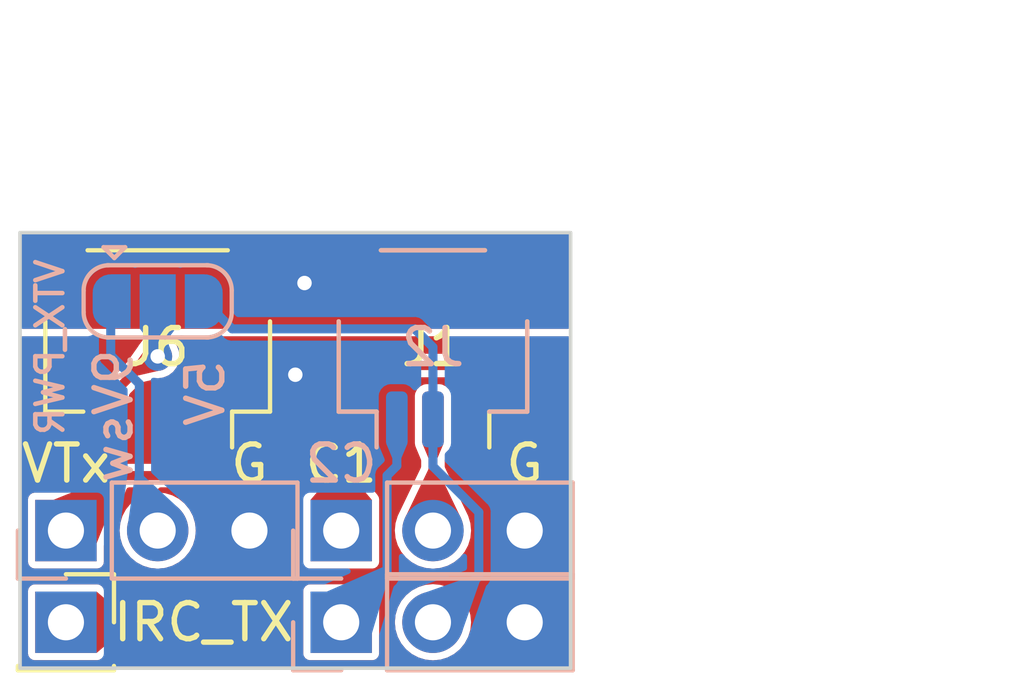
<source format=kicad_pcb>
(kicad_pcb (version 20221018) (generator pcbnew)
  (title_block (date "2024-01-31") (rev "1.0"))
  (layers (0 "F.Cu" signal) (31 "B.Cu" signal) (34 "B.Paste" user) (35 "F.Paste" user) (36 "B.SilkS" user "B.Silkscreen") (37 "F.SilkS" user "F.Silkscreen") (38 "B.Mask" user) (39 "F.Mask" user) (44 "Edge.Cuts" user))
  (net 0 "")
  (net 1 "/C1")
  (net 2 "/9V")
  (net 3 "GND")
  (net 4 "/C2")
  (net 5 "/5V")
  (net 6 "/VTX")
  (net 7 "/9Vsw")
  (net 8 "/IRC")
  (net 9 "/3.7-5V")
  (net 10 "/MP")
  (footprint "Connector_PinSocket_2.54mm:PinSocket_1x01_P2.54mm_Vertical" (layer "F.Cu") (at 60.96 58.42)
    (fp_text reference "J7" hide)
    (fp_text value "IRC_TX" (at 3.81 0) (layer "F.SilkS"))
    (fp_line (start -1.33 1.21) (end -1.33 1.33) (stroke (width 0.12)) (layer "F.SilkS"))
    (fp_line (start -1.33 1.33) (end 1.33 1.33) (stroke (width 0.12)) (layer "F.SilkS"))
    (fp_line (start 0 -1.33) (end 1.33 -1.33) (stroke (width 0.12)) (layer "F.SilkS"))
    (fp_line (start 1.33 -1.33) (end 1.33 0) (stroke (width 0.12)) (layer "F.SilkS"))
    (fp_line (start 1.33 1.21) (end 1.33 1.33) (stroke (width 0.12)) (layer "F.SilkS"))
    (pad "1" thru_hole rect (at 0 0) (size 1.7 1.7) (drill 1) (layers "*.Cu" "*.Mask") (net 8 "/IRC"))
  )
  (footprint "Custom_Connectors_JST:JST_SH_SM04B-SRSS-TB_1x04-1MP_P1.00mm_Horizontal" (layer "F.Cu") (at 63.5 50.8 180)
    (fp_text reference "J6" (at 0 0) (layer "F.SilkS"))
    (fp_text value "VTX_JST")
    (fp_line (start -3.11 -1.785) (end -2.06 -1.785) (stroke (width 0.12)) (layer "F.SilkS"))
    (fp_line (start -3.11 0.715) (end -3.11 -1.785) (stroke (width 0.12)) (layer "F.SilkS"))
    (fp_line (start -2.06 -1.785) (end -2.06 -2.775) (stroke (width 0.12)) (layer "F.SilkS"))
    (fp_line (start -1.94 2.685) (end 1.94 2.685) (stroke (width 0.12)) (layer "F.SilkS"))
    (fp_line (start 3.11 -1.785) (end 2.06 -1.785) (stroke (width 0.12)) (layer "F.SilkS"))
    (fp_line (start 3.11 0.715) (end 3.11 -1.785) (stroke (width 0.12)) (layer "F.SilkS"))
    (pad "1" smd roundrect (at -1.5 -2 180) (size 0.6 1.55) (layers "F.Cu" "F.Paste" "F.Mask") (net 6 "/VTX"))
    (pad "2" smd roundrect (at -0.5 -2 180) (size 0.6 1.55) (layers "F.Cu" "F.Paste" "F.Mask") (net 8 "/IRC"))
    (pad "3" smd roundrect (at 0.5 -2 180) (size 0.6 1.55) (layers "F.Cu" "F.Paste" "F.Mask") (net 3 "GND"))
    (pad "4" smd roundrect (at 1.5 -2 180) (size 0.6 1.55) (layers "F.Cu" "F.Paste" "F.Mask") (net 9 "/3.7-5V"))
    (pad "MP" smd roundrect (at -2.8 1.875 180) (size 1.2 1.8) (layers "F.Cu" "F.Paste" "F.Mask") (roundrect_rratio 0.208333) (net 10 "/MP"))
    (pad "MP" smd roundrect (at 2.8 1.875 180) (size 1.2 1.8) (layers "F.Cu" "F.Paste" "F.Mask") (roundrect_rratio 0.208333) (net 10 "/MP"))
  )
  (footprint "Custom_Connectors_JST:JST_SH_SM03B-SRSS-TB_1x03-1MP_P1.00mm_Horizontal" (layer "F.Cu") (at 71.12 50.8 180)
    (fp_text reference "J1" (at 0 0) (layer "F.SilkS"))
    (fp_text value "CAM1_JST")
    (fp_line (start -2.61 -1.785) (end -1.56 -1.785) (stroke (width 0.12)) (layer "F.SilkS"))
    (fp_line (start -2.61 0.715) (end -2.61 -1.785) (stroke (width 0.12)) (layer "F.SilkS"))
    (fp_line (start -1.56 -1.785) (end -1.56 -2.775) (stroke (width 0.12)) (layer "F.SilkS"))
    (fp_line (start -1.44 2.685) (end 1.44 2.685) (stroke (width 0.12)) (layer "F.SilkS"))
    (fp_line (start 2.61 -1.785) (end 1.56 -1.785) (stroke (width 0.12)) (layer "F.SilkS"))
    (fp_line (start 2.61 0.715) (end 2.61 -1.785) (stroke (width 0.12)) (layer "F.SilkS"))
    (pad "1" smd roundrect (at -1 -2 180) (size 0.6 1.55) (layers "F.Cu" "F.Paste" "F.Mask") (net 1 "/C1"))
    (pad "2" smd roundrect (at 0 -2 180) (size 0.6 1.55) (layers "F.Cu" "F.Paste" "F.Mask") (net 2 "/9V"))
    (pad "3" smd roundrect (at 1 -2 180) (size 0.6 1.55) (layers "F.Cu" "F.Paste" "F.Mask") (net 3 "GND"))
    (pad "MP" smd roundrect (at -2.3 1.875 180) (size 1.2 1.8) (layers "F.Cu" "F.Paste" "F.Mask") (roundrect_rratio 0.208333) (net 10 "/MP"))
    (pad "MP" smd roundrect (at 2.3 1.875 180) (size 1.2 1.8) (layers "F.Cu" "F.Paste" "F.Mask") (roundrect_rratio 0.208333) (net 10 "/MP"))
  )
  (footprint "Jumper:SolderJumper-3_P1.3mm_Open_RoundedPad1.0x1.5mm" (layer "B.Cu") (at 63.5 49.53)
    (fp_text reference "JP3" hide)
    (fp_text value "SolderJumper_3_Open" hide)
    (fp_line (start -2.05 -0.3) (end -2.05 0.3) (stroke (width 0.12)) (layer "B.SilkS"))
    (fp_line (start -1.5 -1.5) (end -0.9 -1.5) (stroke (width 0.12)) (layer "B.SilkS"))
    (fp_line (start -1.4 1) (end 1.4 1) (stroke (width 0.12)) (layer "B.SilkS"))
    (fp_line (start -1.2 -1.2) (end -1.5 -1.5) (stroke (width 0.12)) (layer "B.SilkS"))
    (fp_line (start -1.2 -1.2) (end -0.9 -1.5) (stroke (width 0.12)) (layer "B.SilkS"))
    (fp_line (start 1.4 -1) (end -1.4 -1) (stroke (width 0.12)) (layer "B.SilkS"))
    (fp_line (start 2.05 0.3) (end 2.05 -0.3) (stroke (width 0.12)) (layer "B.SilkS"))
    (fp_arc (start -2.05 -0.3) (mid -1.844975 -0.794975) (end -1.35 -1) (stroke (width 0.12)) (layer "B.SilkS"))
    (fp_arc (start -1.35 1) (mid -1.844975 0.794975) (end -2.05 0.3) (stroke (width 0.12)) (layer "B.SilkS"))
    (fp_arc (start 1.35 -1) (mid 1.844975 -0.794975) (end 2.05 -0.3) (stroke (width 0.12)) (layer "B.SilkS"))
    (fp_arc (start 2.05 0.3) (mid 1.844975 0.794975) (end 1.35 1) (stroke (width 0.12)) (layer "B.SilkS"))
    (pad "1" smd custom (at -1.3 0) (size 1 0.5) (layers "B.Cu" "B.Mask") (net 7 "/9Vsw") (options (clearance outline) (anchor rect)) (primitives (gr_circle (center 0 -0.25) (end 0.5 -0.25) (width 0) (fill yes)) (gr_circle (center 0 0.25) (end 0.5 0.25) (width 0) (fill yes)) (gr_poly (pts (xy 0.55 -0.75) (xy 0 -0.75) (xy 0 0.75) (xy 0.55 0.75)) (width 0) (fill yes))))
    (pad "2" smd rect (at 0 0) (size 1 1.5) (layers "B.Cu" "B.Mask") (net 9 "/3.7-5V"))
    (pad "3" smd custom (at 1.3 0) (size 1 0.5) (layers "B.Cu" "B.Mask") (net 5 "/5V") (options (clearance outline) (anchor rect)) (primitives (gr_circle (center 0 -0.25) (end 0.5 -0.25) (width 0) (fill yes)) (gr_circle (center 0 0.25) (end 0.5 0.25) (width 0) (fill yes)) (gr_poly (pts (xy 0 -0.75) (xy -0.55 -0.75) (xy -0.55 0.75) (xy 0 0.75)) (width 0) (fill yes))))
  )
  (footprint "Connector_PinSocket_2.54mm:PinSocket_1x03_P2.54mm_Vertical" (layer "B.Cu") (at 68.58 58.42 -90)
    (fp_text reference "J4" hide)
    (fp_text value "CAM2" hide)
    (fp_line (start -1.33 -6.41) (end 1.33 -6.41) (stroke (width 0.12)) (layer "B.SilkS"))
    (fp_line (start -1.33 -1.27) (end -1.33 -6.41) (stroke (width 0.12)) (layer "B.SilkS"))
    (fp_line (start -1.33 -1.27) (end 1.33 -1.27) (stroke (width 0.12)) (layer "B.SilkS"))
    (fp_line (start 0 1.33) (end 1.33 1.33) (stroke (width 0.12)) (layer "B.SilkS"))
    (fp_line (start 1.33 -1.27) (end 1.33 -6.41) (stroke (width 0.12)) (layer "B.SilkS"))
    (fp_line (start 1.33 1.33) (end 1.33 0) (stroke (width 0.12)) (layer "B.SilkS"))
    (pad "1" thru_hole rect (at 0 0 270) (size 1.7 1.7) (drill 1) (layers "*.Cu" "*.Mask") (net 4 "/C2"))
    (pad "2" thru_hole oval (at 0 -2.54 270) (size 1.7 1.7) (drill 1) (layers "*.Cu" "*.Mask") (net 5 "/5V"))
    (pad "3" thru_hole oval (at 0 -5.08 270) (size 1.7 1.7) (drill 1) (layers "*.Cu" "*.Mask") (net 3 "GND"))
  )
  (footprint "Connector_PinSocket_2.54mm:PinSocket_1x03_P2.54mm_Vertical" (layer "B.Cu") (at 60.96 55.88 -90)
    (fp_text reference "J5" hide)
    (fp_text value "VTX" hide)
    (fp_line (start -1.33 -6.41) (end 1.33 -6.41) (stroke (width 0.12)) (layer "B.SilkS"))
    (fp_line (start -1.33 -1.27) (end -1.33 -6.41) (stroke (width 0.12)) (layer "B.SilkS"))
    (fp_line (start -1.33 -1.27) (end 1.33 -1.27) (stroke (width 0.12)) (layer "B.SilkS"))
    (fp_line (start 0 1.33) (end 1.33 1.33) (stroke (width 0.12)) (layer "B.SilkS"))
    (fp_line (start 1.33 -1.27) (end 1.33 -6.41) (stroke (width 0.12)) (layer "B.SilkS"))
    (fp_line (start 1.33 1.33) (end 1.33 0) (stroke (width 0.12)) (layer "B.SilkS"))
    (pad "1" thru_hole rect (at 0 0 270) (size 1.7 1.7) (drill 1) (layers "*.Cu" "*.Mask") (net 6 "/VTX"))
    (pad "2" thru_hole oval (at 0 -2.54 270) (size 1.7 1.7) (drill 1) (layers "*.Cu" "*.Mask") (net 7 "/9Vsw"))
    (pad "3" thru_hole oval (at 0 -5.08 270) (size 1.7 1.7) (drill 1) (layers "*.Cu" "*.Mask") (net 3 "GND"))
  )
  (footprint "Connector_PinSocket_2.54mm:PinSocket_1x03_P2.54mm_Vertical" (layer "B.Cu") (at 68.58 55.88 -90)
    (fp_text reference "J3" hide)
    (fp_text value "CAM1" hide)
    (fp_line (start -1.33 -6.41) (end 1.33 -6.41) (stroke (width 0.12)) (layer "B.SilkS"))
    (fp_line (start -1.33 -1.27) (end -1.33 -6.41) (stroke (width 0.12)) (layer "B.SilkS"))
    (fp_line (start -1.33 -1.27) (end 1.33 -1.27) (stroke (width 0.12)) (layer "B.SilkS"))
    (fp_line (start 0 1.33) (end 1.33 1.33) (stroke (width 0.12)) (layer "B.SilkS"))
    (fp_line (start 1.33 -1.27) (end 1.33 -6.41) (stroke (width 0.12)) (layer "B.SilkS"))
    (fp_line (start 1.33 1.33) (end 1.33 0) (stroke (width 0.12)) (layer "B.SilkS"))
    (pad "1" thru_hole rect (at 0 0 270) (size 1.7 1.7) (drill 1) (layers "*.Cu" "*.Mask") (net 1 "/C1"))
    (pad "2" thru_hole oval (at 0 -2.54 270) (size 1.7 1.7) (drill 1) (layers "*.Cu" "*.Mask") (net 2 "/9V"))
    (pad "3" thru_hole oval (at 0 -5.08 270) (size 1.7 1.7) (drill 1) (layers "*.Cu" "*.Mask") (net 3 "GND"))
  )
  (footprint "Custom_Connectors_JST:JST_SH_SM03B-SRSS-TB_1x03-1MP_P1.00mm_Horizontal" (layer "B.Cu") (at 71.12 50.8)
    (fp_text reference "J2" (at 0 0 -360) (layer "B.SilkS") (effects (justify mirror)))
    (fp_text value "CAM2_JST" hide)
    (fp_line (start -2.61 -0.715) (end -2.61 1.785) (stroke (width 0.12)) (layer "B.SilkS"))
    (fp_line (start -2.61 1.785) (end -1.56 1.785) (stroke (width 0.12)) (layer "B.SilkS"))
    (fp_line (start -1.56 1.785) (end -1.56 2.775) (stroke (width 0.12)) (layer "B.SilkS"))
    (fp_line (start -1.44 -2.685) (end 1.44 -2.685) (stroke (width 0.12)) (layer "B.SilkS"))
    (fp_line (start 2.61 -0.715) (end 2.61 1.785) (stroke (width 0.12)) (layer "B.SilkS"))
    (fp_line (start 2.61 1.785) (end 1.56 1.785) (stroke (width 0.12)) (layer "B.SilkS"))
    (pad "1" smd roundrect (at -1 2) (size 0.6 1.55) (layers "B.Cu" "B.Paste" "B.Mask") (net 4 "/C2"))
    (pad "2" smd roundrect (at 0 2) (size 0.6 1.55) (layers "B.Cu" "B.Paste" "B.Mask") (net 5 "/5V"))
    (pad "3" smd roundrect (at 1 2) (size 0.6 1.55) (layers "B.Cu" "B.Paste" "B.Mask") (net 3 "GND"))
    (pad "MP" smd roundrect (at -2.3 -1.875) (size 1.2 1.8) (layers "B.Cu" "B.Paste" "B.Mask") (roundrect_rratio 0.208333) (net 10 "/MP"))
    (pad "MP" smd roundrect (at 2.3 -1.875) (size 1.2 1.8) (layers "B.Cu" "B.Paste" "B.Mask") (roundrect_rratio 0.208333) (net 10 "/MP"))
  )
  (gr_rect (start 59.69 47.625) (end 74.93 59.69) (stroke (width 0.1)) (fill none) (layer "Edge.Cuts"))
  (gr_text "5V" (at 65.405 52.07 90) (layer "B.SilkS") (effects (font (size 1 1)) (justify bottom mirror)))
  (gr_text "C2" (at 68.58 54.61) (layer "B.SilkS") (effects (font (size 1 1)) (justify bottom mirror)))
  (gr_text "9Vsw" (at 62.865 52.705 90) (layer "B.SilkS") (effects (font (size 1 1)) (justify bottom mirror)))
  (gr_text "VTX_PWR" (at 60.96 50.8 90) (layer "B.SilkS") (effects (font (size 0.75 0.75) (thickness 0.125)) (justify bottom mirror)))
  (gr_text "G" (at 73.66 54.61) (layer "F.SilkS") (effects (font (size 1 1)) (justify bottom)))
  (gr_text "C1" (at 68.58 54.61) (layer "F.SilkS") (effects (font (size 1 1)) (justify bottom)))
  (gr_text "VTx" (at 60.96 54.61) (layer "F.SilkS") (effects (font (size 1 1)) (justify bottom)))
  (gr_text "G" (at 66.04 54.61) (layer "F.SilkS") (effects (font (size 1 1)) (justify bottom)))
  (segment (start 71.628 51.308) (end 72.136 51.816) (width 0.25) (layer "F.Cu") (net 1))
  (segment (start 69.342 51.308) (end 71.628 51.308) (width 0.25) (layer "F.Cu") (net 1))
  (segment (start 68.58 52.07) (end 69.342 51.308) (width 0.25) (layer "F.Cu") (net 1))
  (segment (start 68.58 55.88) (end 68.58 52.07) (width 0.25) (layer "F.Cu") (net 1))
  (segment (start 72.136 51.816) (end 72.136 52.324) (width 0.25) (layer "F.Cu") (net 1))
  (segment (start 71.12 55.88) (end 71.12 52.832) (width 0.25) (layer "F.Cu") (net 2))
  (via (at 67.31 51.562) (size 0.8) (drill 0.4) (layers "F.Cu" "B.Cu") (net 3))
  (segment (start 70.12 54.086) (end 69.85 54.356) (width 0.25) (layer "B.Cu") (net 4))
  (segment (start 69.85 57.15) (end 68.58 58.42) (width 0.25) (layer "B.Cu") (net 4))
  (segment (start 69.85 54.356) (end 69.85 57.15) (width 0.25) (layer "B.Cu") (net 4))
  (segment (start 70.12 52.8) (end 70.12 54.086) (width 0.25) (layer "B.Cu") (net 4))
  (segment (start 71.12 58.42) (end 72.39 57.15) (width 0.25) (layer "B.Cu") (net 5))
  (segment (start 72.39 55.372) (end 71.12 54.102) (width 0.25) (layer "B.Cu") (net 5))
  (segment (start 72.39 57.15) (end 72.39 55.372) (width 0.25) (layer "B.Cu") (net 5))
  (segment (start 65.562 50.292) (end 70.612 50.292) (width 0.25) (layer "B.Cu") (net 5))
  (segment (start 64.8 49.53) (end 65.562 50.292) (width 0.25) (layer "B.Cu") (net 5))
  (segment (start 70.612 50.292) (end 71.12 50.8) (width 0.25) (layer "B.Cu") (net 5))
  (segment (start 71.12 54.102) (end 71.12 53.34) (width 0.25) (layer "B.Cu") (net 5))
  (segment (start 71.12 50.8) (end 71.12 52.07) (width 0.25) (layer "B.Cu") (net 5))
  (segment (start 64.516 54.356) (end 65.024 53.848) (width 0.25) (layer "F.Cu") (net 6))
  (segment (start 62.484 54.356) (end 64.516 54.356) (width 0.25) (layer "F.Cu") (net 6))
  (segment (start 65.024 53.848) (end 65.024 53.34) (width 0.25) (layer "F.Cu") (net 6))
  (segment (start 60.96 55.88) (end 62.484 54.356) (width 0.25) (layer "F.Cu") (net 6))
  (segment (start 62.2 51.024) (end 62.992 51.816) (width 0.25) (layer "B.Cu") (net 7))
  (segment (start 62.992 51.816) (end 62.992 55.372) (width 0.25) (layer "B.Cu") (net 7))
  (segment (start 62.992 55.372) (end 63.246 55.626) (width 0.25) (layer "B.Cu") (net 7))
  (segment (start 62.2 49.53) (end 62.2 51.024) (width 0.25) (layer "B.Cu") (net 7))
  (segment (start 65.532 51.562) (end 64.77 51.562) (width 0.25) (layer "F.Cu") (net 8))
  (segment (start 67.31 53.34) (end 65.532 51.562) (width 0.25) (layer "F.Cu") (net 8))
  (segment (start 64.77 51.562) (end 64.008 52.324) (width 0.25) (layer "F.Cu") (net 8))
  (segment (start 67.31 56.896) (end 67.31 53.34) (width 0.25) (layer "F.Cu") (net 8))
  (segment (start 60.96 58.42) (end 65.786 58.42) (width 0.25) (layer "F.Cu") (net 8))
  (segment (start 65.786 58.42) (end 67.31 56.896) (width 0.25) (layer "F.Cu") (net 8))
  (segment (start 62 52.353249) (end 63.299249 51.054) (width 0.25) (layer "F.Cu") (net 9))
  (segment (start 62 52.8) (end 62 52.353249) (width 0.25) (layer "F.Cu") (net 9))
  (segment (start 63.299249 51.054) (end 63.5 51.054) (width 0.25) (layer "F.Cu") (net 9))
  (via (at 63.5 51.054) (size 0.8) (drill 0.4) (layers "F.Cu" "B.Cu") (net 9))
  (segment (start 63.5 51.054) (end 63.5 49.784) (width 0.25) (layer "B.Cu") (net 9))
  (via (at 67.564 49.022) (size 0.8) (drill 0.4) (layers "F.Cu" "B.Cu") (net 10))
  (zone (net 3) (net_name "GND") (layers "F&B.Cu") (name "GND") (connect_pads yes (clearance 0.1524)) (min_thickness 0.1524) (fill yes (thermal_gap 0.254) (thermal_bridge_width 0.254))
    (polygon (pts (xy 59.69 50.292) (xy 59.69 59.69) (xy 74.93 59.69) (xy 74.93 50.292)))
  )
  (zone (net 10) (net_name "/MP") (layers "F&B.Cu") (name "MP") (priority 1) (connect_pads yes (clearance 0.1524)) (min_thickness 0.1524) (fill yes (thermal_gap 0.254) (thermal_bridge_width 0.254))
    (polygon (pts (xy 59.69 47.625) (xy 59.69 50.292) (xy 74.93 50.292) (xy 74.93 47.625)))
  )
)
</source>
